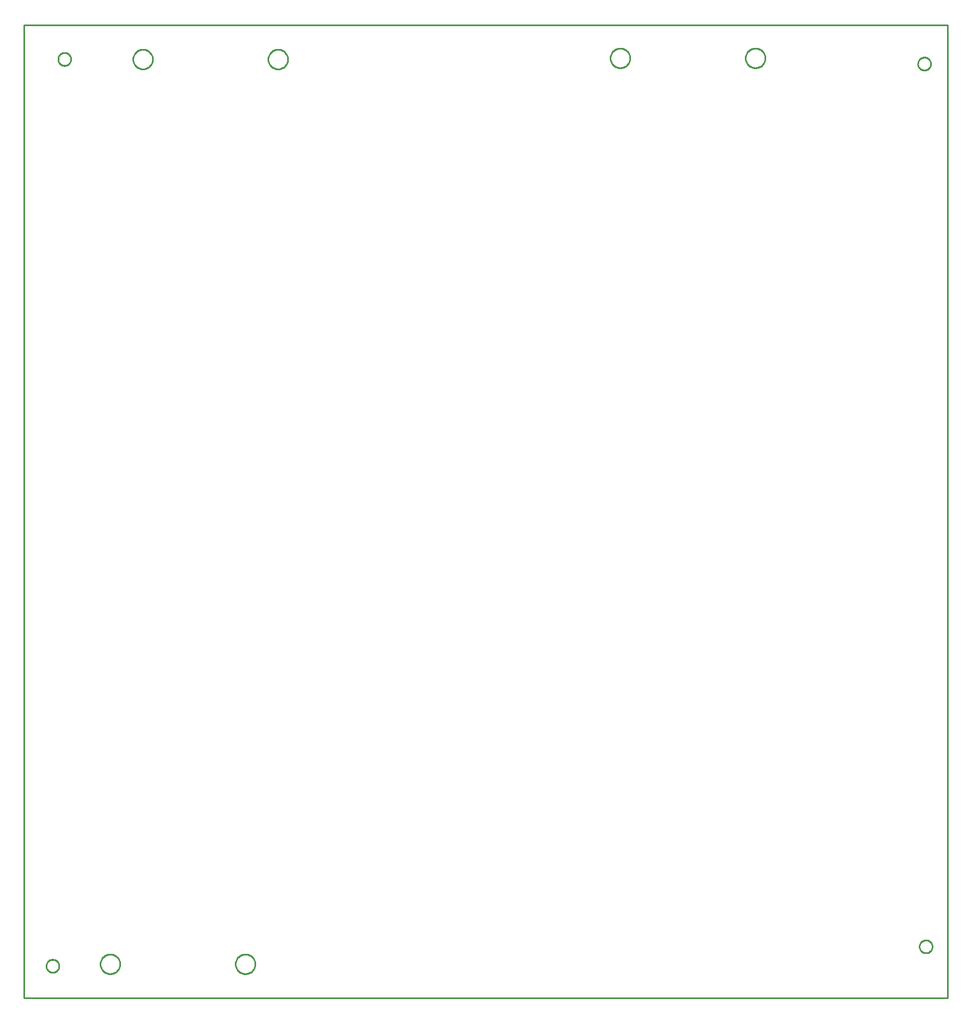
<source format=gbr>
G04 EAGLE Gerber X2 export*
%TF.Part,Single*%
%TF.FileFunction,Profile,NP*%
%TF.FilePolarity,Positive*%
%TF.GenerationSoftware,Autodesk,EAGLE,9.1.3*%
%TF.CreationDate,2018-11-12T20:02:43Z*%
G75*
%MOMM*%
%FSLAX34Y34*%
%LPD*%
%AMOC8*
5,1,8,0,0,1.08239X$1,22.5*%
G01*
%ADD10C,0.254000*%


D10*
X83820Y-233680D02*
X1518720Y-233680D01*
X1518720Y1279400D01*
X83820Y1279400D01*
X83820Y-233680D01*
X156800Y1225563D02*
X156724Y1224694D01*
X156572Y1223834D01*
X156346Y1222990D01*
X156048Y1222170D01*
X155679Y1221378D01*
X155242Y1220622D01*
X154741Y1219907D01*
X154180Y1219238D01*
X153562Y1218620D01*
X152893Y1218059D01*
X152178Y1217558D01*
X151422Y1217121D01*
X150630Y1216752D01*
X149810Y1216454D01*
X148966Y1216228D01*
X148107Y1216076D01*
X147237Y1216000D01*
X146363Y1216000D01*
X145494Y1216076D01*
X144634Y1216228D01*
X143790Y1216454D01*
X142970Y1216752D01*
X142178Y1217121D01*
X141422Y1217558D01*
X140707Y1218059D01*
X140038Y1218620D01*
X139420Y1219238D01*
X138859Y1219907D01*
X138358Y1220622D01*
X137921Y1221378D01*
X137552Y1222170D01*
X137254Y1222990D01*
X137028Y1223834D01*
X136876Y1224694D01*
X136800Y1225563D01*
X136800Y1226437D01*
X136876Y1227307D01*
X137028Y1228166D01*
X137254Y1229010D01*
X137552Y1229830D01*
X137921Y1230622D01*
X138358Y1231378D01*
X138859Y1232093D01*
X139420Y1232762D01*
X140038Y1233380D01*
X140707Y1233941D01*
X141422Y1234442D01*
X142178Y1234879D01*
X142970Y1235248D01*
X143790Y1235546D01*
X144634Y1235772D01*
X145494Y1235924D01*
X146363Y1236000D01*
X147237Y1236000D01*
X148107Y1235924D01*
X148966Y1235772D01*
X149810Y1235546D01*
X150630Y1235248D01*
X151422Y1234879D01*
X152178Y1234442D01*
X152893Y1233941D01*
X153562Y1233380D01*
X154180Y1232762D01*
X154741Y1232093D01*
X155242Y1231378D01*
X155679Y1230622D01*
X156048Y1229830D01*
X156346Y1229010D01*
X156572Y1228166D01*
X156724Y1227307D01*
X156800Y1226437D01*
X156800Y1225563D01*
X138400Y-184637D02*
X138324Y-185507D01*
X138172Y-186366D01*
X137946Y-187210D01*
X137648Y-188030D01*
X137279Y-188822D01*
X136842Y-189578D01*
X136341Y-190293D01*
X135780Y-190962D01*
X135162Y-191580D01*
X134493Y-192141D01*
X133778Y-192642D01*
X133022Y-193079D01*
X132230Y-193448D01*
X131410Y-193746D01*
X130566Y-193972D01*
X129707Y-194124D01*
X128837Y-194200D01*
X127963Y-194200D01*
X127094Y-194124D01*
X126234Y-193972D01*
X125390Y-193746D01*
X124570Y-193448D01*
X123778Y-193079D01*
X123022Y-192642D01*
X122307Y-192141D01*
X121638Y-191580D01*
X121020Y-190962D01*
X120459Y-190293D01*
X119958Y-189578D01*
X119521Y-188822D01*
X119152Y-188030D01*
X118854Y-187210D01*
X118628Y-186366D01*
X118476Y-185507D01*
X118400Y-184637D01*
X118400Y-183763D01*
X118476Y-182894D01*
X118628Y-182034D01*
X118854Y-181190D01*
X119152Y-180370D01*
X119521Y-179578D01*
X119958Y-178822D01*
X120459Y-178107D01*
X121020Y-177438D01*
X121638Y-176820D01*
X122307Y-176259D01*
X123022Y-175758D01*
X123778Y-175321D01*
X124570Y-174952D01*
X125390Y-174654D01*
X126234Y-174428D01*
X127094Y-174276D01*
X127963Y-174200D01*
X128837Y-174200D01*
X129707Y-174276D01*
X130566Y-174428D01*
X131410Y-174654D01*
X132230Y-174952D01*
X133022Y-175321D01*
X133778Y-175758D01*
X134493Y-176259D01*
X135162Y-176820D01*
X135780Y-177438D01*
X136341Y-178107D01*
X136842Y-178822D01*
X137279Y-179578D01*
X137648Y-180370D01*
X137946Y-181190D01*
X138172Y-182034D01*
X138324Y-182894D01*
X138400Y-183763D01*
X138400Y-184637D01*
X1492800Y1218363D02*
X1492724Y1217494D01*
X1492572Y1216634D01*
X1492346Y1215790D01*
X1492048Y1214970D01*
X1491679Y1214178D01*
X1491242Y1213422D01*
X1490741Y1212707D01*
X1490180Y1212038D01*
X1489562Y1211420D01*
X1488893Y1210859D01*
X1488178Y1210358D01*
X1487422Y1209921D01*
X1486630Y1209552D01*
X1485810Y1209254D01*
X1484966Y1209028D01*
X1484107Y1208876D01*
X1483237Y1208800D01*
X1482363Y1208800D01*
X1481494Y1208876D01*
X1480634Y1209028D01*
X1479790Y1209254D01*
X1478970Y1209552D01*
X1478178Y1209921D01*
X1477422Y1210358D01*
X1476707Y1210859D01*
X1476038Y1211420D01*
X1475420Y1212038D01*
X1474859Y1212707D01*
X1474358Y1213422D01*
X1473921Y1214178D01*
X1473552Y1214970D01*
X1473254Y1215790D01*
X1473028Y1216634D01*
X1472876Y1217494D01*
X1472800Y1218363D01*
X1472800Y1219237D01*
X1472876Y1220107D01*
X1473028Y1220966D01*
X1473254Y1221810D01*
X1473552Y1222630D01*
X1473921Y1223422D01*
X1474358Y1224178D01*
X1474859Y1224893D01*
X1475420Y1225562D01*
X1476038Y1226180D01*
X1476707Y1226741D01*
X1477422Y1227242D01*
X1478178Y1227679D01*
X1478970Y1228048D01*
X1479790Y1228346D01*
X1480634Y1228572D01*
X1481494Y1228724D01*
X1482363Y1228800D01*
X1483237Y1228800D01*
X1484107Y1228724D01*
X1484966Y1228572D01*
X1485810Y1228346D01*
X1486630Y1228048D01*
X1487422Y1227679D01*
X1488178Y1227242D01*
X1488893Y1226741D01*
X1489562Y1226180D01*
X1490180Y1225562D01*
X1490741Y1224893D01*
X1491242Y1224178D01*
X1491679Y1223422D01*
X1492048Y1222630D01*
X1492346Y1221810D01*
X1492572Y1220966D01*
X1492724Y1220107D01*
X1492800Y1219237D01*
X1492800Y1218363D01*
X1495200Y-154437D02*
X1495124Y-155307D01*
X1494972Y-156166D01*
X1494746Y-157010D01*
X1494448Y-157830D01*
X1494079Y-158622D01*
X1493642Y-159378D01*
X1493141Y-160093D01*
X1492580Y-160762D01*
X1491962Y-161380D01*
X1491293Y-161941D01*
X1490578Y-162442D01*
X1489822Y-162879D01*
X1489030Y-163248D01*
X1488210Y-163546D01*
X1487366Y-163772D01*
X1486507Y-163924D01*
X1485637Y-164000D01*
X1484763Y-164000D01*
X1483894Y-163924D01*
X1483034Y-163772D01*
X1482190Y-163546D01*
X1481370Y-163248D01*
X1480578Y-162879D01*
X1479822Y-162442D01*
X1479107Y-161941D01*
X1478438Y-161380D01*
X1477820Y-160762D01*
X1477259Y-160093D01*
X1476758Y-159378D01*
X1476321Y-158622D01*
X1475952Y-157830D01*
X1475654Y-157010D01*
X1475428Y-156166D01*
X1475276Y-155307D01*
X1475200Y-154437D01*
X1475200Y-153563D01*
X1475276Y-152694D01*
X1475428Y-151834D01*
X1475654Y-150990D01*
X1475952Y-150170D01*
X1476321Y-149378D01*
X1476758Y-148622D01*
X1477259Y-147907D01*
X1477820Y-147238D01*
X1478438Y-146620D01*
X1479107Y-146059D01*
X1479822Y-145558D01*
X1480578Y-145121D01*
X1481370Y-144752D01*
X1482190Y-144454D01*
X1483034Y-144228D01*
X1483894Y-144076D01*
X1484763Y-144000D01*
X1485637Y-144000D01*
X1486507Y-144076D01*
X1487366Y-144228D01*
X1488210Y-144454D01*
X1489030Y-144752D01*
X1489822Y-145121D01*
X1490578Y-145558D01*
X1491293Y-146059D01*
X1491962Y-146620D01*
X1492580Y-147238D01*
X1493141Y-147907D01*
X1493642Y-148622D01*
X1494079Y-149378D01*
X1494448Y-150170D01*
X1494746Y-150990D01*
X1494972Y-151834D01*
X1495124Y-152694D01*
X1495200Y-153563D01*
X1495200Y-154437D01*
X233050Y-181725D02*
X232972Y-182811D01*
X232817Y-183889D01*
X232586Y-184954D01*
X232279Y-185999D01*
X231898Y-187020D01*
X231446Y-188011D01*
X230924Y-188967D01*
X230335Y-189883D01*
X229682Y-190755D01*
X228969Y-191578D01*
X228198Y-192349D01*
X227375Y-193062D01*
X226503Y-193715D01*
X225587Y-194304D01*
X224631Y-194826D01*
X223640Y-195278D01*
X222619Y-195659D01*
X221574Y-195966D01*
X220509Y-196197D01*
X219431Y-196352D01*
X218345Y-196430D01*
X217255Y-196430D01*
X216169Y-196352D01*
X215091Y-196197D01*
X214026Y-195966D01*
X212981Y-195659D01*
X211960Y-195278D01*
X210970Y-194826D01*
X210013Y-194304D01*
X209097Y-193715D01*
X208225Y-193062D01*
X207402Y-192349D01*
X206632Y-191578D01*
X205918Y-190755D01*
X205265Y-189883D01*
X204676Y-188967D01*
X204154Y-188011D01*
X203702Y-187020D01*
X203321Y-185999D01*
X203014Y-184954D01*
X202783Y-183889D01*
X202628Y-182811D01*
X202550Y-181725D01*
X202550Y-180635D01*
X202628Y-179549D01*
X202783Y-178471D01*
X203014Y-177406D01*
X203321Y-176361D01*
X203702Y-175340D01*
X204154Y-174350D01*
X204676Y-173393D01*
X205265Y-172477D01*
X205918Y-171605D01*
X206632Y-170782D01*
X207402Y-170012D01*
X208225Y-169298D01*
X209097Y-168645D01*
X210013Y-168056D01*
X210970Y-167534D01*
X211960Y-167082D01*
X212981Y-166701D01*
X214026Y-166394D01*
X215091Y-166163D01*
X216169Y-166008D01*
X217255Y-165930D01*
X218345Y-165930D01*
X219431Y-166008D01*
X220509Y-166163D01*
X221574Y-166394D01*
X222619Y-166701D01*
X223640Y-167082D01*
X224631Y-167534D01*
X225587Y-168056D01*
X226503Y-168645D01*
X227375Y-169298D01*
X228198Y-170012D01*
X228969Y-170782D01*
X229682Y-171605D01*
X230335Y-172477D01*
X230924Y-173393D01*
X231446Y-174350D01*
X231898Y-175340D01*
X232279Y-176361D01*
X232586Y-177406D01*
X232817Y-178471D01*
X232972Y-179549D01*
X233050Y-180635D01*
X233050Y-181725D01*
X443050Y-181725D02*
X442972Y-182811D01*
X442817Y-183889D01*
X442586Y-184954D01*
X442279Y-185999D01*
X441898Y-187020D01*
X441446Y-188011D01*
X440924Y-188967D01*
X440335Y-189883D01*
X439682Y-190755D01*
X438969Y-191578D01*
X438198Y-192349D01*
X437375Y-193062D01*
X436503Y-193715D01*
X435587Y-194304D01*
X434631Y-194826D01*
X433640Y-195278D01*
X432619Y-195659D01*
X431574Y-195966D01*
X430509Y-196197D01*
X429431Y-196352D01*
X428345Y-196430D01*
X427255Y-196430D01*
X426169Y-196352D01*
X425091Y-196197D01*
X424026Y-195966D01*
X422981Y-195659D01*
X421960Y-195278D01*
X420970Y-194826D01*
X420013Y-194304D01*
X419097Y-193715D01*
X418225Y-193062D01*
X417402Y-192349D01*
X416632Y-191578D01*
X415918Y-190755D01*
X415265Y-189883D01*
X414676Y-188967D01*
X414154Y-188011D01*
X413702Y-187020D01*
X413321Y-185999D01*
X413014Y-184954D01*
X412783Y-183889D01*
X412628Y-182811D01*
X412550Y-181725D01*
X412550Y-180635D01*
X412628Y-179549D01*
X412783Y-178471D01*
X413014Y-177406D01*
X413321Y-176361D01*
X413702Y-175340D01*
X414154Y-174350D01*
X414676Y-173393D01*
X415265Y-172477D01*
X415918Y-171605D01*
X416632Y-170782D01*
X417402Y-170012D01*
X418225Y-169298D01*
X419097Y-168645D01*
X420013Y-168056D01*
X420970Y-167534D01*
X421960Y-167082D01*
X422981Y-166701D01*
X424026Y-166394D01*
X425091Y-166163D01*
X426169Y-166008D01*
X427255Y-165930D01*
X428345Y-165930D01*
X429431Y-166008D01*
X430509Y-166163D01*
X431574Y-166394D01*
X432619Y-166701D01*
X433640Y-167082D01*
X434631Y-167534D01*
X435587Y-168056D01*
X436503Y-168645D01*
X437375Y-169298D01*
X438198Y-170012D01*
X438969Y-170782D01*
X439682Y-171605D01*
X440335Y-172477D01*
X440924Y-173393D01*
X441446Y-174350D01*
X441898Y-175340D01*
X442279Y-176361D01*
X442586Y-177406D01*
X442817Y-178471D01*
X442972Y-179549D01*
X443050Y-180635D01*
X443050Y-181725D01*
X283850Y1226439D02*
X283772Y1227526D01*
X283617Y1228604D01*
X283386Y1229669D01*
X283079Y1230714D01*
X282698Y1231734D01*
X282246Y1232725D01*
X281724Y1233681D01*
X281135Y1234598D01*
X280482Y1235470D01*
X279769Y1236293D01*
X278998Y1237063D01*
X278175Y1237777D01*
X277303Y1238429D01*
X276387Y1239018D01*
X275431Y1239540D01*
X274440Y1239993D01*
X273419Y1240374D01*
X272374Y1240680D01*
X271309Y1240912D01*
X270231Y1241067D01*
X269145Y1241145D01*
X268055Y1241145D01*
X266969Y1241067D01*
X265891Y1240912D01*
X264826Y1240680D01*
X263781Y1240374D01*
X262760Y1239993D01*
X261770Y1239540D01*
X260813Y1239018D01*
X259897Y1238429D01*
X259025Y1237777D01*
X258202Y1237063D01*
X257432Y1236293D01*
X256718Y1235470D01*
X256065Y1234598D01*
X255476Y1233681D01*
X254954Y1232725D01*
X254502Y1231734D01*
X254121Y1230714D01*
X253814Y1229669D01*
X253583Y1228604D01*
X253428Y1227526D01*
X253350Y1226439D01*
X253350Y1225350D01*
X253428Y1224264D01*
X253583Y1223185D01*
X253814Y1222121D01*
X254121Y1221076D01*
X254502Y1220055D01*
X254954Y1219064D01*
X255476Y1218108D01*
X256065Y1217192D01*
X256718Y1216320D01*
X257432Y1215496D01*
X258202Y1214726D01*
X259025Y1214013D01*
X259897Y1213360D01*
X260813Y1212771D01*
X261770Y1212249D01*
X262760Y1211797D01*
X263781Y1211416D01*
X264826Y1211109D01*
X265891Y1210877D01*
X266969Y1210722D01*
X268055Y1210645D01*
X269145Y1210645D01*
X270231Y1210722D01*
X271309Y1210877D01*
X272374Y1211109D01*
X273419Y1211416D01*
X274440Y1211797D01*
X275431Y1212249D01*
X276387Y1212771D01*
X277303Y1213360D01*
X278175Y1214013D01*
X278998Y1214726D01*
X279769Y1215496D01*
X280482Y1216320D01*
X281135Y1217192D01*
X281724Y1218108D01*
X282246Y1219064D01*
X282698Y1220055D01*
X283079Y1221076D01*
X283386Y1222121D01*
X283617Y1223185D01*
X283772Y1224264D01*
X283850Y1225350D01*
X283850Y1226439D01*
X493850Y1226439D02*
X493772Y1227526D01*
X493617Y1228604D01*
X493386Y1229669D01*
X493079Y1230714D01*
X492698Y1231734D01*
X492246Y1232725D01*
X491724Y1233681D01*
X491135Y1234598D01*
X490482Y1235470D01*
X489769Y1236293D01*
X488998Y1237063D01*
X488175Y1237777D01*
X487303Y1238429D01*
X486387Y1239018D01*
X485431Y1239540D01*
X484440Y1239993D01*
X483419Y1240374D01*
X482374Y1240680D01*
X481309Y1240912D01*
X480231Y1241067D01*
X479145Y1241145D01*
X478055Y1241145D01*
X476969Y1241067D01*
X475891Y1240912D01*
X474826Y1240680D01*
X473781Y1240374D01*
X472760Y1239993D01*
X471770Y1239540D01*
X470813Y1239018D01*
X469897Y1238429D01*
X469025Y1237777D01*
X468202Y1237063D01*
X467432Y1236293D01*
X466718Y1235470D01*
X466065Y1234598D01*
X465476Y1233681D01*
X464954Y1232725D01*
X464502Y1231734D01*
X464121Y1230714D01*
X463814Y1229669D01*
X463583Y1228604D01*
X463428Y1227526D01*
X463350Y1226439D01*
X463350Y1225350D01*
X463428Y1224264D01*
X463583Y1223185D01*
X463814Y1222121D01*
X464121Y1221076D01*
X464502Y1220055D01*
X464954Y1219064D01*
X465476Y1218108D01*
X466065Y1217192D01*
X466718Y1216320D01*
X467432Y1215496D01*
X468202Y1214726D01*
X469025Y1214013D01*
X469897Y1213360D01*
X470813Y1212771D01*
X471770Y1212249D01*
X472760Y1211797D01*
X473781Y1211416D01*
X474826Y1211109D01*
X475891Y1210877D01*
X476969Y1210722D01*
X478055Y1210645D01*
X479145Y1210645D01*
X480231Y1210722D01*
X481309Y1210877D01*
X482374Y1211109D01*
X483419Y1211416D01*
X484440Y1211797D01*
X485431Y1212249D01*
X486387Y1212771D01*
X487303Y1213360D01*
X488175Y1214013D01*
X488998Y1214726D01*
X489769Y1215496D01*
X490482Y1216320D01*
X491135Y1217192D01*
X491724Y1218108D01*
X492246Y1219064D01*
X492698Y1220055D01*
X493079Y1221076D01*
X493386Y1222121D01*
X493617Y1223185D01*
X493772Y1224264D01*
X493850Y1225350D01*
X493850Y1226439D01*
X1025530Y1228205D02*
X1025452Y1229291D01*
X1025297Y1230369D01*
X1025066Y1231434D01*
X1024759Y1232479D01*
X1024378Y1233500D01*
X1023926Y1234491D01*
X1023404Y1235447D01*
X1022815Y1236363D01*
X1022162Y1237235D01*
X1021449Y1238058D01*
X1020678Y1238829D01*
X1019855Y1239542D01*
X1018983Y1240195D01*
X1018067Y1240784D01*
X1017111Y1241306D01*
X1016120Y1241758D01*
X1015099Y1242139D01*
X1014054Y1242446D01*
X1012989Y1242677D01*
X1011911Y1242832D01*
X1010825Y1242910D01*
X1009735Y1242910D01*
X1008649Y1242832D01*
X1007571Y1242677D01*
X1006506Y1242446D01*
X1005461Y1242139D01*
X1004440Y1241758D01*
X1003450Y1241306D01*
X1002493Y1240784D01*
X1001577Y1240195D01*
X1000705Y1239542D01*
X999882Y1238829D01*
X999112Y1238058D01*
X998398Y1237235D01*
X997745Y1236363D01*
X997156Y1235447D01*
X996634Y1234491D01*
X996182Y1233500D01*
X995801Y1232479D01*
X995494Y1231434D01*
X995263Y1230369D01*
X995108Y1229291D01*
X995030Y1228205D01*
X995030Y1227115D01*
X995108Y1226029D01*
X995263Y1224951D01*
X995494Y1223886D01*
X995801Y1222841D01*
X996182Y1221820D01*
X996634Y1220830D01*
X997156Y1219873D01*
X997745Y1218957D01*
X998398Y1218085D01*
X999112Y1217262D01*
X999882Y1216492D01*
X1000705Y1215778D01*
X1001577Y1215125D01*
X1002493Y1214536D01*
X1003450Y1214014D01*
X1004440Y1213562D01*
X1005461Y1213181D01*
X1006506Y1212874D01*
X1007571Y1212643D01*
X1008649Y1212488D01*
X1009735Y1212410D01*
X1010825Y1212410D01*
X1011911Y1212488D01*
X1012989Y1212643D01*
X1014054Y1212874D01*
X1015099Y1213181D01*
X1016120Y1213562D01*
X1017111Y1214014D01*
X1018067Y1214536D01*
X1018983Y1215125D01*
X1019855Y1215778D01*
X1020678Y1216492D01*
X1021449Y1217262D01*
X1022162Y1218085D01*
X1022815Y1218957D01*
X1023404Y1219873D01*
X1023926Y1220830D01*
X1024378Y1221820D01*
X1024759Y1222841D01*
X1025066Y1223886D01*
X1025297Y1224951D01*
X1025452Y1226029D01*
X1025530Y1227115D01*
X1025530Y1228205D01*
X1235530Y1228205D02*
X1235452Y1229291D01*
X1235297Y1230369D01*
X1235066Y1231434D01*
X1234759Y1232479D01*
X1234378Y1233500D01*
X1233926Y1234491D01*
X1233404Y1235447D01*
X1232815Y1236363D01*
X1232162Y1237235D01*
X1231449Y1238058D01*
X1230678Y1238829D01*
X1229855Y1239542D01*
X1228983Y1240195D01*
X1228067Y1240784D01*
X1227111Y1241306D01*
X1226120Y1241758D01*
X1225099Y1242139D01*
X1224054Y1242446D01*
X1222989Y1242677D01*
X1221911Y1242832D01*
X1220825Y1242910D01*
X1219735Y1242910D01*
X1218649Y1242832D01*
X1217571Y1242677D01*
X1216506Y1242446D01*
X1215461Y1242139D01*
X1214440Y1241758D01*
X1213450Y1241306D01*
X1212493Y1240784D01*
X1211577Y1240195D01*
X1210705Y1239542D01*
X1209882Y1238829D01*
X1209112Y1238058D01*
X1208398Y1237235D01*
X1207745Y1236363D01*
X1207156Y1235447D01*
X1206634Y1234491D01*
X1206182Y1233500D01*
X1205801Y1232479D01*
X1205494Y1231434D01*
X1205263Y1230369D01*
X1205108Y1229291D01*
X1205030Y1228205D01*
X1205030Y1227115D01*
X1205108Y1226029D01*
X1205263Y1224951D01*
X1205494Y1223886D01*
X1205801Y1222841D01*
X1206182Y1221820D01*
X1206634Y1220830D01*
X1207156Y1219873D01*
X1207745Y1218957D01*
X1208398Y1218085D01*
X1209112Y1217262D01*
X1209882Y1216492D01*
X1210705Y1215778D01*
X1211577Y1215125D01*
X1212493Y1214536D01*
X1213450Y1214014D01*
X1214440Y1213562D01*
X1215461Y1213181D01*
X1216506Y1212874D01*
X1217571Y1212643D01*
X1218649Y1212488D01*
X1219735Y1212410D01*
X1220825Y1212410D01*
X1221911Y1212488D01*
X1222989Y1212643D01*
X1224054Y1212874D01*
X1225099Y1213181D01*
X1226120Y1213562D01*
X1227111Y1214014D01*
X1228067Y1214536D01*
X1228983Y1215125D01*
X1229855Y1215778D01*
X1230678Y1216492D01*
X1231449Y1217262D01*
X1232162Y1218085D01*
X1232815Y1218957D01*
X1233404Y1219873D01*
X1233926Y1220830D01*
X1234378Y1221820D01*
X1234759Y1222841D01*
X1235066Y1223886D01*
X1235297Y1224951D01*
X1235452Y1226029D01*
X1235530Y1227115D01*
X1235530Y1228205D01*
M02*

</source>
